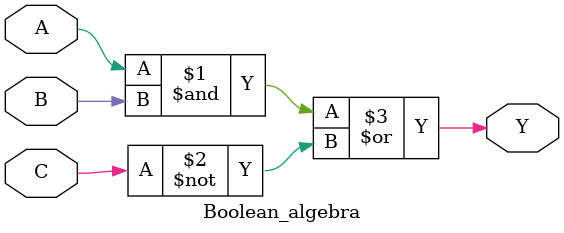
<source format=v>
module Boolean_algebra (
    input A, B, C,
    output Y
);

    assign Y = (A & B) | (~C);

endmodule

</source>
